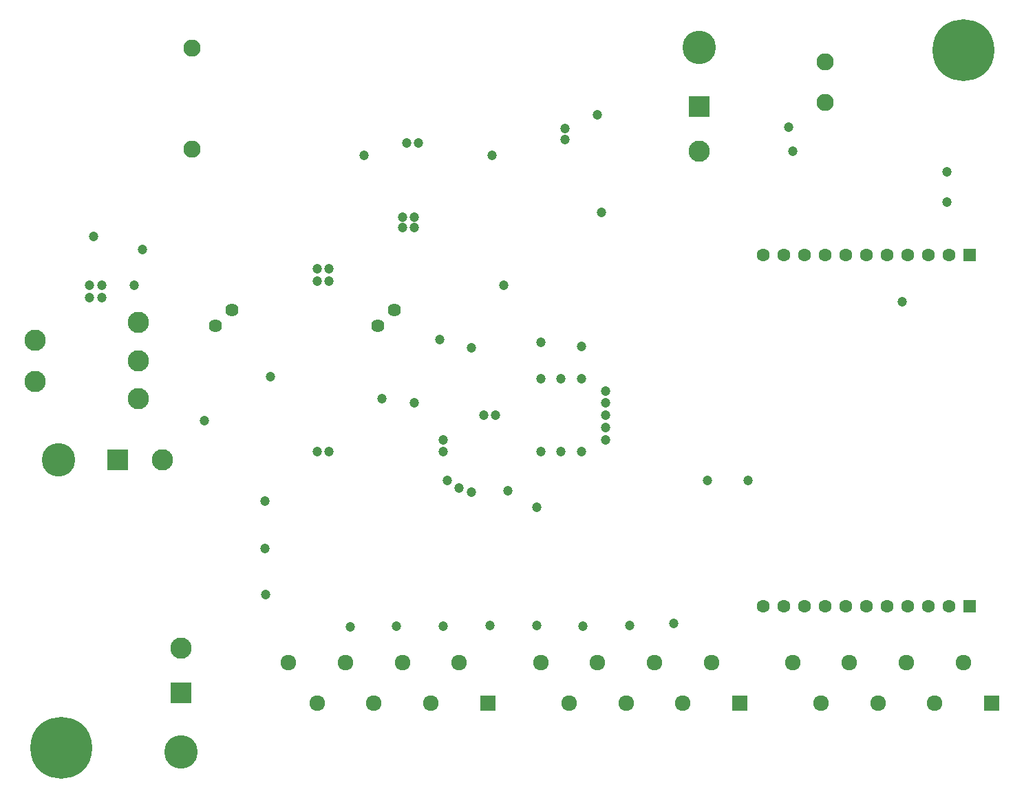
<source format=gbs>
G04*
G04 #@! TF.GenerationSoftware,Altium Limited,Altium Designer,20.2.6 (244)*
G04*
G04 Layer_Color=16711935*
%FSLAX25Y25*%
%MOIN*%
G70*
G04*
G04 #@! TF.SameCoordinates,C2834271-33A1-44EC-96ED-C6C83E4A5B3B*
G04*
G04*
G04 #@! TF.FilePolarity,Negative*
G04*
G01*
G75*
%ADD29C,0.08346*%
%ADD30C,0.10315*%
%ADD31C,0.06299*%
%ADD32R,0.06299X0.06299*%
%ADD33C,0.06378*%
%ADD34R,0.10315X0.10315*%
%ADD35C,0.16221*%
%ADD36C,0.07559*%
%ADD37R,0.07559X0.07559*%
%ADD38C,0.30000*%
%ADD39R,0.10315X0.10315*%
%ADD40C,0.04724*%
D29*
X90945Y367126D02*
D03*
Y317913D02*
D03*
X397638Y340551D02*
D03*
Y360236D02*
D03*
D30*
X64961Y215354D02*
D03*
X14961Y205354D02*
D03*
X64961Y215354D02*
D03*
X14961Y205354D02*
D03*
X64961Y196850D02*
D03*
D03*
Y233858D02*
D03*
D03*
X14961Y225354D02*
D03*
D03*
X85630Y75984D02*
D03*
X76772Y167323D02*
D03*
X336614Y316929D02*
D03*
D31*
X377677Y96457D02*
D03*
X397677D02*
D03*
X407677D02*
D03*
X367677D02*
D03*
X387677D02*
D03*
X417677D02*
D03*
X427677D02*
D03*
X437677D02*
D03*
X447677D02*
D03*
X457677D02*
D03*
Y266732D02*
D03*
X447677D02*
D03*
X437677D02*
D03*
X427677D02*
D03*
X417677D02*
D03*
X407677D02*
D03*
X397677D02*
D03*
X387677D02*
D03*
X377677D02*
D03*
X367677D02*
D03*
D32*
X467677Y96457D02*
D03*
Y266732D02*
D03*
D33*
X102362Y232283D02*
D03*
X181102D02*
D03*
X188976Y240158D02*
D03*
X110236D02*
D03*
D34*
X85630Y54331D02*
D03*
X336614Y338583D02*
D03*
D35*
X85630Y25591D02*
D03*
X26378Y167323D02*
D03*
X336614Y367323D02*
D03*
D36*
X464567Y68898D02*
D03*
X437008D02*
D03*
X423228Y49213D02*
D03*
X409449Y68898D02*
D03*
X395669Y49213D02*
D03*
X381890Y68898D02*
D03*
X450787Y49213D02*
D03*
X220472Y68898D02*
D03*
X192913D02*
D03*
X179134Y49213D02*
D03*
X165354Y68898D02*
D03*
X151575Y49213D02*
D03*
X137795Y68898D02*
D03*
X206693Y49213D02*
D03*
X342520Y68898D02*
D03*
X314961D02*
D03*
X301181Y49213D02*
D03*
X287402Y68898D02*
D03*
X273622Y49213D02*
D03*
X259842Y68898D02*
D03*
X328740Y49213D02*
D03*
D37*
X478346D02*
D03*
X234252D02*
D03*
X356299D02*
D03*
D38*
X464567Y366142D02*
D03*
X27559Y27559D02*
D03*
D39*
X55118Y167323D02*
D03*
D40*
X211024Y225590D02*
D03*
X198819Y194882D02*
D03*
X157480Y253937D02*
D03*
X151575D02*
D03*
X183071Y196850D02*
D03*
X151575Y259842D02*
D03*
X157480D02*
D03*
X242126Y251969D02*
D03*
X212598Y176937D02*
D03*
X41339Y246063D02*
D03*
X47244D02*
D03*
Y251969D02*
D03*
X41339D02*
D03*
X43307Y275590D02*
D03*
X66929Y269193D02*
D03*
X244035Y152273D02*
D03*
X259842Y224410D02*
D03*
X226378Y221654D02*
D03*
X62992Y251969D02*
D03*
X291339Y177165D02*
D03*
Y183071D02*
D03*
Y188976D02*
D03*
Y194882D02*
D03*
Y200787D02*
D03*
X456693Y292323D02*
D03*
X192913Y280118D02*
D03*
Y285039D02*
D03*
X198819D02*
D03*
Y280118D02*
D03*
X128937Y207677D02*
D03*
X151575Y171260D02*
D03*
X157480D02*
D03*
X271654Y322835D02*
D03*
Y328108D02*
D03*
X456693Y307087D02*
D03*
X435039Y244094D02*
D03*
X194882Y320866D02*
D03*
X200787D02*
D03*
X279528Y222441D02*
D03*
X236221Y314961D02*
D03*
X287402Y334646D02*
D03*
X289370Y287402D02*
D03*
X379921Y328740D02*
D03*
X381890Y316929D02*
D03*
X269685Y206693D02*
D03*
X279528D02*
D03*
Y171260D02*
D03*
X269685D02*
D03*
X259842Y206693D02*
D03*
Y171260D02*
D03*
X126378Y124409D02*
D03*
X126772Y101969D02*
D03*
X340551Y157480D02*
D03*
X360236D02*
D03*
X212598Y171260D02*
D03*
X214567Y157480D02*
D03*
X220472Y153543D02*
D03*
X226378Y151575D02*
D03*
X257874Y144488D02*
D03*
X232283Y188976D02*
D03*
X237939D02*
D03*
X126378Y147244D02*
D03*
X324337Y87868D02*
D03*
X303150Y87008D02*
D03*
X280315Y86614D02*
D03*
X167717Y86221D02*
D03*
X97047Y186417D02*
D03*
X174213Y314961D02*
D03*
X257874Y87008D02*
D03*
X235433D02*
D03*
X212598Y86614D02*
D03*
X190157D02*
D03*
M02*

</source>
